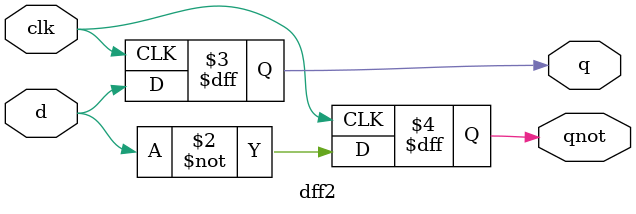
<source format=v>
module dff (q, qnot, d, clk, preset, clear);
	output 	q; 
	output 	qnot; 
	input 	d; 
	input 	clk; 
	input 	preset;
	input   clear; 
	
	reg q, qnot;
	
	always @( posedge clk or posedge preset or posedge clear) 
		begin
		if(clear)
			begin
			q 		<= 0;
			qnot 	<= 1;	
			end
		else if(preset)
			begin
			q 		<= 1;
			qnot 	<= 0;
			end
		else if(d)
			begin
			q 		<= 1; 
			qnot 	<= 0; 
			end
		else
			begin
			q 		<= 0;
			qnot 	<= 1;
			end
		end
endmodule // -- dff 

// -------------------------------------------------
// -- FLIP FLOP D
// -------------------------------------------------

module dff2(output q, output qnot, input d, input clk);
	reg q, qnot;
	always @ (posedge clk)
		begin
			q <= d;
			qnot <= ~d;
		end
endmodule //dff
</source>
